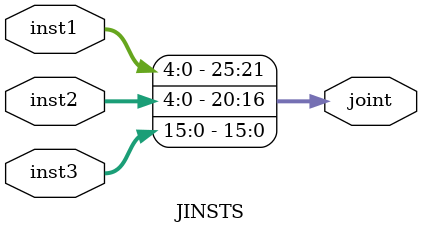
<source format=v>
module JINSTS(
		input [4:0] inst1,
		input [4:0] inst2,
		input [15:0] inst3,
		output reg [25:0] joint
	);
	always @(*) begin
		joint = {{inst1, inst2}, inst3};
	end
endmodule

</source>
